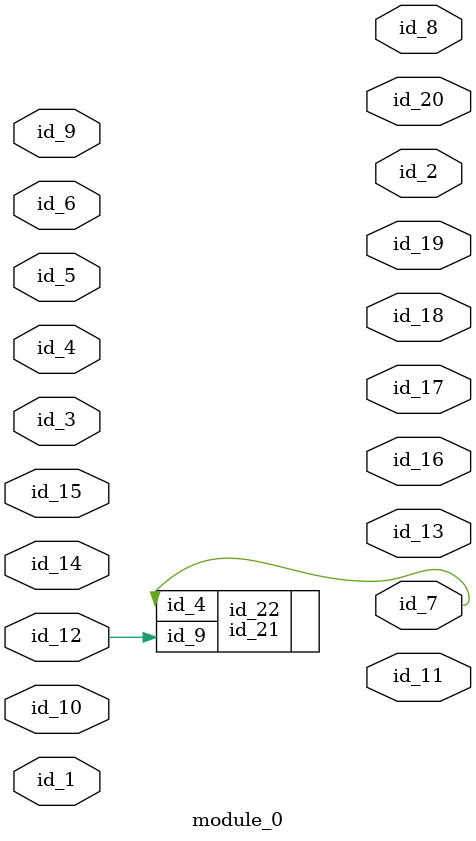
<source format=v>
`timescale 1ps / 1ps
module module_0 (
    id_1,
    id_2,
    id_3,
    id_4,
    id_5,
    id_6,
    id_7,
    id_8,
    id_9,
    id_10,
    id_11,
    id_12,
    id_13,
    id_14,
    id_15,
    id_16,
    id_17,
    id_18,
    id_19,
    id_20
);
  output id_20;
  output id_19;
  output id_18;
  output id_17;
  output id_16;
  input id_15;
  input id_14;
  output id_13;
  input id_12;
  output id_11;
  input id_10;
  input id_9;
  output id_8;
  output id_7;
  input id_6;
  input id_5;
  input id_4;
  input id_3;
  output id_2;
  input id_1;
  id_21 id_22 (
      .id_4(id_7),
      .id_9(id_12)
  );
  localparam id_23 = id_18;
endmodule

</source>
